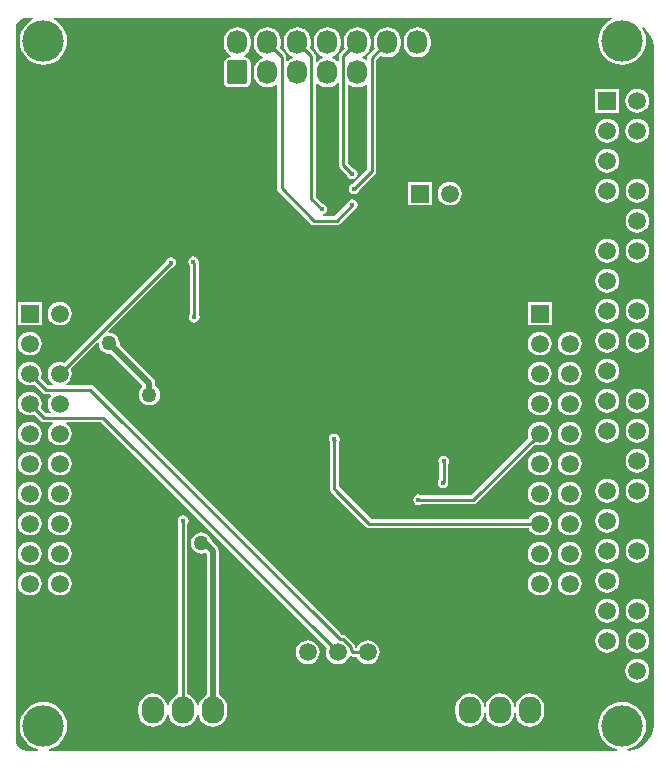
<source format=gbl>
G04*
G04 #@! TF.GenerationSoftware,Altium Limited,Altium Designer,18.1.5 (160)*
G04*
G04 Layer_Physical_Order=2*
G04 Layer_Color=16711680*
%FSTAX24Y24*%
%MOIN*%
G70*
G01*
G75*
%ADD18C,0.0100*%
%ADD41C,0.0200*%
%ADD43O,0.0680X0.0800*%
G04:AMPARAMS|DCode=44|XSize=80mil|YSize=68mil|CornerRadius=8.5mil|HoleSize=0mil|Usage=FLASHONLY|Rotation=90.000|XOffset=0mil|YOffset=0mil|HoleType=Round|Shape=RoundedRectangle|*
%AMROUNDEDRECTD44*
21,1,0.0800,0.0510,0,0,90.0*
21,1,0.0630,0.0680,0,0,90.0*
1,1,0.0170,0.0255,0.0315*
1,1,0.0170,0.0255,-0.0315*
1,1,0.0170,-0.0255,-0.0315*
1,1,0.0170,-0.0255,0.0315*
%
%ADD44ROUNDEDRECTD44*%
%ADD45O,0.0750X0.0900*%
%ADD46R,0.0750X0.0900*%
%ADD47C,0.0591*%
%ADD48R,0.0591X0.0591*%
%ADD49R,0.0591X0.0591*%
%ADD50C,0.1380*%
%ADD51C,0.0500*%
%ADD52C,0.0150*%
%ADD53C,0.0150*%
G36*
X005091Y044322D02*
X005304D01*
X005316Y044272D01*
X005209Y044215D01*
X005089Y044116D01*
X00499Y043996D01*
X004917Y043858D01*
X004871Y04371D01*
X004856Y043555D01*
X004871Y0434D01*
X004917Y043251D01*
X00499Y043114D01*
X005089Y042993D01*
X005209Y042895D01*
X005346Y042821D01*
X005495Y042776D01*
X00565Y042761D01*
X005805Y042776D01*
X005954Y042821D01*
X006091Y042895D01*
X006211Y042993D01*
X00631Y043114D01*
X006383Y043251D01*
X006429Y0434D01*
X006444Y043555D01*
X006429Y04371D01*
X006383Y043858D01*
X00631Y043996D01*
X006211Y044116D01*
X006091Y044215D01*
X005984Y044272D01*
X005997Y044322D01*
X024595D01*
X024607Y044272D01*
X0245Y044215D01*
X02438Y044116D01*
X024281Y043996D01*
X024208Y043858D01*
X024163Y04371D01*
X024148Y043555D01*
X024163Y0434D01*
X024208Y043251D01*
X024281Y043114D01*
X02438Y042993D01*
X0245Y042895D01*
X024638Y042821D01*
X024786Y042776D01*
X024941Y042761D01*
X025096Y042776D01*
X025245Y042821D01*
X025382Y042895D01*
X025503Y042993D01*
X025601Y043114D01*
X025675Y043251D01*
X02572Y0434D01*
X025735Y043555D01*
X02572Y04371D01*
X025675Y043858D01*
X025606Y043988D01*
X025646Y044018D01*
X025697Y043967D01*
X025697Y043967D01*
X025729Y043931D01*
X025806Y043841D01*
X025893Y043698D01*
X025957Y043544D01*
X025997Y043381D01*
X026009Y043218D01*
X026009Y043215D01*
Y020875D01*
X026009Y020871D01*
X025997Y020708D01*
X025957Y020545D01*
X025893Y020391D01*
X025806Y020248D01*
X0257Y020124D01*
X025697Y020122D01*
X025694Y020118D01*
X025581Y020025D01*
X025449Y019954D01*
X025304Y019911D01*
X025159Y019896D01*
X025155Y019897D01*
X025123D01*
X025116Y019947D01*
X025245Y019987D01*
X025382Y02006D01*
X025503Y020159D01*
X025601Y020279D01*
X025675Y020416D01*
X02572Y020565D01*
X025735Y02072D01*
X02572Y020875D01*
X025675Y021024D01*
X025601Y021161D01*
X025503Y021281D01*
X025382Y02138D01*
X025245Y021453D01*
X025096Y021499D01*
X024941Y021514D01*
X024786Y021499D01*
X024638Y021453D01*
X0245Y02138D01*
X02438Y021281D01*
X024281Y021161D01*
X024208Y021024D01*
X024163Y020875D01*
X024148Y02072D01*
X024163Y020565D01*
X024208Y020416D01*
X024281Y020279D01*
X02438Y020159D01*
X0245Y02006D01*
X024638Y019987D01*
X024767Y019947D01*
X024759Y019897D01*
X019051D01*
X019028Y019893D01*
X012195D01*
X012171Y019897D01*
X005832D01*
X005825Y019947D01*
X005954Y019987D01*
X006091Y02006D01*
X006211Y020159D01*
X00631Y020279D01*
X006383Y020416D01*
X006429Y020565D01*
X006444Y02072D01*
X006429Y020875D01*
X006383Y021024D01*
X00631Y021161D01*
X006211Y021281D01*
X006091Y02138D01*
X005954Y021453D01*
X005805Y021499D01*
X00565Y021514D01*
X005495Y021499D01*
X005346Y021453D01*
X005209Y02138D01*
X005089Y021281D01*
X00499Y021161D01*
X004917Y021024D01*
X004871Y020875D01*
X004856Y02072D01*
X004871Y020565D01*
X004917Y020416D01*
X00499Y020279D01*
X005089Y020159D01*
X005209Y02006D01*
X005346Y019987D01*
X005475Y019947D01*
X005468Y019897D01*
X005091D01*
X005089Y019897D01*
X004999Y019909D01*
X004912Y019945D01*
X004838Y020001D01*
X004781Y020076D01*
X004745Y020162D01*
X004734Y020252D01*
X004734Y020255D01*
Y020733D01*
Y042645D01*
Y043965D01*
X004734Y043967D01*
X004745Y044057D01*
X004781Y044144D01*
X004838Y044218D01*
X004912Y044275D01*
X004999Y044311D01*
X005089Y044322D01*
X005091Y044322D01*
D02*
G37*
%LPC*%
G36*
X01811Y044008D02*
X017995Y043993D01*
X017888Y043949D01*
X017796Y043878D01*
X017726Y043787D01*
X017681Y04368D01*
X017666Y043565D01*
Y043445D01*
X017681Y04333D01*
X017726Y043223D01*
X017796Y043131D01*
X017888Y04306D01*
X017995Y043016D01*
X01811Y043001D01*
X018225Y043016D01*
X018332Y04306D01*
X018424Y043131D01*
X018494Y043223D01*
X018539Y04333D01*
X018554Y043445D01*
Y043565D01*
X018539Y04368D01*
X018494Y043787D01*
X018424Y043878D01*
X018332Y043949D01*
X018225Y043993D01*
X01811Y044008D01*
D02*
G37*
G36*
X01711D02*
X016995Y043993D01*
X016888Y043949D01*
X016796Y043878D01*
X016726Y043787D01*
X016681Y04368D01*
X016666Y043565D01*
Y043445D01*
X016681Y04333D01*
X016692Y043303D01*
X016483Y043094D01*
X01645Y043045D01*
X016438Y042986D01*
Y04293D01*
X016388Y042906D01*
X016332Y042949D01*
X016263Y042978D01*
Y043032D01*
X016332Y04306D01*
X016424Y043131D01*
X016494Y043223D01*
X016539Y04333D01*
X016554Y043445D01*
Y043565D01*
X016539Y04368D01*
X016494Y043787D01*
X016424Y043878D01*
X016332Y043949D01*
X016225Y043993D01*
X01611Y044008D01*
X015995Y043993D01*
X015888Y043949D01*
X015796Y043878D01*
X015726Y043787D01*
X015681Y04368D01*
X015666Y043565D01*
Y043445D01*
X015681Y04333D01*
X015692Y043303D01*
X015532Y043143D01*
X015499Y043093D01*
X015487Y043035D01*
Y042874D01*
X01544Y042858D01*
X015424Y042878D01*
X015332Y042949D01*
X015263Y042978D01*
Y043032D01*
X015332Y04306D01*
X015424Y043131D01*
X015494Y043223D01*
X015539Y04333D01*
X015554Y043445D01*
Y043565D01*
X015539Y04368D01*
X015494Y043787D01*
X015424Y043878D01*
X015332Y043949D01*
X015225Y043993D01*
X01511Y044008D01*
X014995Y043993D01*
X014888Y043949D01*
X014796Y043878D01*
X014726Y043787D01*
X014681Y04368D01*
X014666Y043565D01*
Y043445D01*
X014681Y04333D01*
X014726Y043223D01*
X014796Y043131D01*
X014888Y04306D01*
X014957Y043032D01*
Y042978D01*
X014888Y042949D01*
X014796Y042878D01*
X014774Y04285D01*
X014724Y042867D01*
Y043043D01*
X014713Y043102D01*
X014679Y043151D01*
X014528Y043303D01*
X014539Y04333D01*
X014554Y043445D01*
Y043565D01*
X014539Y04368D01*
X014494Y043787D01*
X014424Y043878D01*
X014332Y043949D01*
X014225Y043993D01*
X01411Y044008D01*
X013995Y043993D01*
X013888Y043949D01*
X013796Y043878D01*
X013726Y043787D01*
X013681Y04368D01*
X013666Y043565D01*
Y043445D01*
X013681Y04333D01*
X013726Y043223D01*
X013796Y043131D01*
X013888Y04306D01*
X013957Y043032D01*
Y042978D01*
X013888Y042949D01*
X013796Y042878D01*
X013792Y042873D01*
X013744Y042889D01*
Y043023D01*
X013733Y043082D01*
X013699Y043131D01*
X013528Y043303D01*
X013539Y04333D01*
X013554Y043445D01*
Y043565D01*
X013539Y04368D01*
X013494Y043787D01*
X013424Y043878D01*
X013332Y043949D01*
X013225Y043993D01*
X01311Y044008D01*
X012995Y043993D01*
X012888Y043949D01*
X012796Y043878D01*
X012726Y043787D01*
X012681Y04368D01*
X012666Y043565D01*
Y043445D01*
X012681Y04333D01*
X012726Y043223D01*
X012796Y043131D01*
X012888Y04306D01*
X012957Y043032D01*
Y042978D01*
X012888Y042949D01*
X012796Y042878D01*
X012726Y042787D01*
X012681Y04268D01*
X012666Y042565D01*
Y042445D01*
X012681Y04233D01*
X012726Y042223D01*
X012796Y042131D01*
X012888Y04206D01*
X012995Y042016D01*
X01311Y042001D01*
X013225Y042016D01*
X013332Y04206D01*
X013388Y042104D01*
X013438Y042079D01*
Y038642D01*
X01345Y038583D01*
X013483Y038534D01*
X01456Y037457D01*
X01461Y037423D01*
X014668Y037412D01*
X015421D01*
X01548Y037423D01*
X015529Y037457D01*
X015999Y037926D01*
X01602Y03793D01*
X016078Y037968D01*
X016116Y038026D01*
X01613Y038095D01*
X016116Y038163D01*
X016078Y038221D01*
X01602Y038259D01*
X015951Y038273D01*
X015883Y038259D01*
X015825Y038221D01*
X015786Y038163D01*
X015782Y038142D01*
X015358Y037718D01*
X01496D01*
X014955Y037722D01*
X01497Y037776D01*
X01499Y03778D01*
X015048Y037818D01*
X015086Y037876D01*
X0151Y037945D01*
X015086Y038013D01*
X015048Y038071D01*
X01499Y038109D01*
X014969Y038114D01*
X014733Y038349D01*
Y042135D01*
X01478Y042152D01*
X014796Y042131D01*
X014888Y04206D01*
X014995Y042016D01*
X01511Y042001D01*
X015225Y042016D01*
X015332Y04206D01*
X015424Y042131D01*
X01544Y042152D01*
X015487Y042135D01*
Y039426D01*
X015499Y039367D01*
X015532Y039318D01*
X015772Y039077D01*
X015776Y039056D01*
X015815Y038998D01*
X015873Y03896D01*
X015941Y038946D01*
X01601Y03896D01*
X016068Y038998D01*
X016106Y039056D01*
X01612Y039125D01*
X016106Y039193D01*
X016068Y039251D01*
X01601Y039289D01*
X015989Y039294D01*
X015793Y039489D01*
Y04207D01*
X015843Y042095D01*
X015888Y04206D01*
X015995Y042016D01*
X01611Y042001D01*
X016225Y042016D01*
X016332Y04206D01*
X016388Y042104D01*
X016438Y042079D01*
Y039268D01*
X015964Y038794D01*
X015943Y038789D01*
X015885Y038751D01*
X015846Y038693D01*
X015833Y038625D01*
X015846Y038556D01*
X015885Y038498D01*
X015943Y03846D01*
X016011Y038446D01*
X01608Y03846D01*
X016138Y038498D01*
X016176Y038556D01*
X01618Y038577D01*
X016699Y039097D01*
X016733Y039146D01*
X016744Y039205D01*
Y042923D01*
X016885Y043063D01*
X016888Y04306D01*
X016995Y043016D01*
X01711Y043001D01*
X017225Y043016D01*
X017332Y04306D01*
X017424Y043131D01*
X017494Y043223D01*
X017539Y04333D01*
X017554Y043445D01*
Y043565D01*
X017539Y04368D01*
X017494Y043787D01*
X017424Y043878D01*
X017332Y043949D01*
X017225Y043993D01*
X01711Y044008D01*
D02*
G37*
G36*
X01211D02*
X011995Y043993D01*
X011888Y043949D01*
X011796Y043878D01*
X011726Y043787D01*
X011681Y04368D01*
X011666Y043565D01*
Y043445D01*
X011681Y04333D01*
X011726Y043223D01*
X011796Y043131D01*
X011888Y04306D01*
X011893Y043058D01*
X011883Y043008D01*
X011855D01*
X011783Y042994D01*
X011722Y042953D01*
X011681Y042892D01*
X011666Y04282D01*
Y04219D01*
X011681Y042117D01*
X011722Y042056D01*
X011783Y042015D01*
X011855Y042001D01*
X012365D01*
X012437Y042015D01*
X012498Y042056D01*
X012539Y042117D01*
X012554Y04219D01*
Y04282D01*
X012539Y042892D01*
X012498Y042953D01*
X012437Y042994D01*
X012365Y043008D01*
X012337D01*
X012327Y043058D01*
X012332Y04306D01*
X012424Y043131D01*
X012494Y043223D01*
X012539Y04333D01*
X012554Y043445D01*
Y043565D01*
X012539Y04368D01*
X012494Y043787D01*
X012424Y043878D01*
X012332Y043949D01*
X012225Y043993D01*
X01211Y044008D01*
D02*
G37*
G36*
X024837Y04195D02*
X024046D01*
Y041159D01*
X024837D01*
Y04195D01*
D02*
G37*
G36*
X025441Y041953D02*
X025338Y04194D01*
X025242Y0419D01*
X025159Y041837D01*
X025096Y041754D01*
X025056Y041658D01*
X025043Y041555D01*
X025056Y041451D01*
X025096Y041355D01*
X025159Y041273D01*
X025242Y041209D01*
X025338Y04117D01*
X025441Y041156D01*
X025545Y04117D01*
X025641Y041209D01*
X025723Y041273D01*
X025787Y041355D01*
X025826Y041451D01*
X02584Y041555D01*
X025826Y041658D01*
X025787Y041754D01*
X025723Y041837D01*
X025641Y0419D01*
X025545Y04194D01*
X025441Y041953D01*
D02*
G37*
G36*
Y040953D02*
X025338Y04094D01*
X025242Y0409D01*
X025159Y040837D01*
X025096Y040754D01*
X025056Y040658D01*
X025043Y040555D01*
X025056Y040451D01*
X025096Y040355D01*
X025159Y040273D01*
X025242Y040209D01*
X025338Y04017D01*
X025441Y040156D01*
X025545Y04017D01*
X025641Y040209D01*
X025723Y040273D01*
X025787Y040355D01*
X025826Y040451D01*
X02584Y040555D01*
X025826Y040658D01*
X025787Y040754D01*
X025723Y040837D01*
X025641Y0409D01*
X025545Y04094D01*
X025441Y040953D01*
D02*
G37*
G36*
X024441D02*
X024338Y04094D01*
X024242Y0409D01*
X024159Y040837D01*
X024096Y040754D01*
X024056Y040658D01*
X024043Y040555D01*
X024056Y040451D01*
X024096Y040355D01*
X024159Y040273D01*
X024242Y040209D01*
X024338Y04017D01*
X024441Y040156D01*
X024545Y04017D01*
X024641Y040209D01*
X024723Y040273D01*
X024787Y040355D01*
X024826Y040451D01*
X02484Y040555D01*
X024826Y040658D01*
X024787Y040754D01*
X024723Y040837D01*
X024641Y0409D01*
X024545Y04094D01*
X024441Y040953D01*
D02*
G37*
G36*
Y039953D02*
X024338Y03994D01*
X024242Y0399D01*
X024159Y039837D01*
X024096Y039754D01*
X024056Y039658D01*
X024043Y039555D01*
X024056Y039451D01*
X024096Y039355D01*
X024159Y039273D01*
X024242Y039209D01*
X024338Y03917D01*
X024441Y039156D01*
X024545Y03917D01*
X024641Y039209D01*
X024723Y039273D01*
X024787Y039355D01*
X024826Y039451D01*
X02484Y039555D01*
X024826Y039658D01*
X024787Y039754D01*
X024723Y039837D01*
X024641Y0399D01*
X024545Y03994D01*
X024441Y039953D01*
D02*
G37*
G36*
X025441Y038953D02*
X025338Y03894D01*
X025242Y0389D01*
X025159Y038837D01*
X025096Y038754D01*
X025056Y038658D01*
X025043Y038555D01*
X025056Y038451D01*
X025096Y038355D01*
X025159Y038273D01*
X025242Y038209D01*
X025338Y03817D01*
X025441Y038156D01*
X025545Y03817D01*
X025641Y038209D01*
X025723Y038273D01*
X025787Y038355D01*
X025826Y038451D01*
X02584Y038555D01*
X025826Y038658D01*
X025787Y038754D01*
X025723Y038837D01*
X025641Y0389D01*
X025545Y03894D01*
X025441Y038953D01*
D02*
G37*
G36*
X024441D02*
X024338Y03894D01*
X024242Y0389D01*
X024159Y038837D01*
X024096Y038754D01*
X024056Y038658D01*
X024043Y038555D01*
X024056Y038451D01*
X024096Y038355D01*
X024159Y038273D01*
X024242Y038209D01*
X024338Y03817D01*
X024441Y038156D01*
X024545Y03817D01*
X024641Y038209D01*
X024723Y038273D01*
X024787Y038355D01*
X024826Y038451D01*
X02484Y038555D01*
X024826Y038658D01*
X024787Y038754D01*
X024723Y038837D01*
X024641Y0389D01*
X024545Y03894D01*
X024441Y038953D01*
D02*
G37*
G36*
X018587Y03886D02*
X017796D01*
Y038069D01*
X018587D01*
Y03886D01*
D02*
G37*
G36*
X019191Y038863D02*
X019088Y03885D01*
X018992Y03881D01*
X018909Y038747D01*
X018846Y038664D01*
X018806Y038568D01*
X018793Y038465D01*
X018806Y038361D01*
X018846Y038265D01*
X018909Y038183D01*
X018992Y038119D01*
X019088Y03808D01*
X019191Y038066D01*
X019295Y03808D01*
X019391Y038119D01*
X019473Y038183D01*
X019537Y038265D01*
X019576Y038361D01*
X01959Y038465D01*
X019576Y038568D01*
X019537Y038664D01*
X019473Y038747D01*
X019391Y03881D01*
X019295Y03885D01*
X019191Y038863D01*
D02*
G37*
G36*
X025441Y037953D02*
X025338Y03794D01*
X025242Y0379D01*
X025159Y037837D01*
X025096Y037754D01*
X025056Y037658D01*
X025043Y037555D01*
X025056Y037451D01*
X025096Y037355D01*
X025159Y037273D01*
X025242Y037209D01*
X025338Y03717D01*
X025441Y037156D01*
X025545Y03717D01*
X025641Y037209D01*
X025723Y037273D01*
X025787Y037355D01*
X025826Y037451D01*
X02584Y037555D01*
X025826Y037658D01*
X025787Y037754D01*
X025723Y037837D01*
X025641Y0379D01*
X025545Y03794D01*
X025441Y037953D01*
D02*
G37*
G36*
Y036953D02*
X025338Y03694D01*
X025242Y0369D01*
X025159Y036837D01*
X025096Y036754D01*
X025056Y036658D01*
X025043Y036555D01*
X025056Y036451D01*
X025096Y036355D01*
X025159Y036273D01*
X025242Y036209D01*
X025338Y03617D01*
X025441Y036156D01*
X025545Y03617D01*
X025641Y036209D01*
X025723Y036273D01*
X025787Y036355D01*
X025826Y036451D01*
X02584Y036555D01*
X025826Y036658D01*
X025787Y036754D01*
X025723Y036837D01*
X025641Y0369D01*
X025545Y03694D01*
X025441Y036953D01*
D02*
G37*
G36*
X024441D02*
X024338Y03694D01*
X024242Y0369D01*
X024159Y036837D01*
X024096Y036754D01*
X024056Y036658D01*
X024043Y036555D01*
X024056Y036451D01*
X024096Y036355D01*
X024159Y036273D01*
X024242Y036209D01*
X024338Y03617D01*
X024441Y036156D01*
X024545Y03617D01*
X024641Y036209D01*
X024723Y036273D01*
X024787Y036355D01*
X024826Y036451D01*
X02484Y036555D01*
X024826Y036658D01*
X024787Y036754D01*
X024723Y036837D01*
X024641Y0369D01*
X024545Y03694D01*
X024441Y036953D01*
D02*
G37*
G36*
Y035953D02*
X024338Y03594D01*
X024242Y0359D01*
X024159Y035837D01*
X024096Y035754D01*
X024056Y035658D01*
X024043Y035555D01*
X024056Y035451D01*
X024096Y035355D01*
X024159Y035273D01*
X024242Y035209D01*
X024338Y03517D01*
X024441Y035156D01*
X024545Y03517D01*
X024641Y035209D01*
X024723Y035273D01*
X024787Y035355D01*
X024826Y035451D01*
X02484Y035555D01*
X024826Y035658D01*
X024787Y035754D01*
X024723Y035837D01*
X024641Y0359D01*
X024545Y03594D01*
X024441Y035953D01*
D02*
G37*
G36*
X010651Y036373D02*
X010583Y036359D01*
X010525Y036321D01*
X010486Y036263D01*
X010473Y036195D01*
X010486Y036126D01*
X010525Y036068D01*
X010528Y036066D01*
Y034421D01*
X010516Y034403D01*
X010503Y034335D01*
X010516Y034266D01*
X010555Y034208D01*
X010613Y03417D01*
X010681Y034156D01*
X01075Y03417D01*
X010808Y034208D01*
X010846Y034266D01*
X01086Y034335D01*
X010846Y034403D01*
X010834Y034421D01*
Y036165D01*
X010829Y036191D01*
X01083Y036195D01*
X010816Y036263D01*
X010778Y036321D01*
X01072Y036359D01*
X010651Y036373D01*
D02*
G37*
G36*
X025441Y034953D02*
X025338Y03494D01*
X025242Y0349D01*
X025159Y034837D01*
X025096Y034754D01*
X025056Y034658D01*
X025043Y034555D01*
X025056Y034451D01*
X025096Y034355D01*
X025159Y034273D01*
X025242Y034209D01*
X025338Y03417D01*
X025441Y034156D01*
X025545Y03417D01*
X025641Y034209D01*
X025723Y034273D01*
X025787Y034355D01*
X025826Y034451D01*
X02584Y034555D01*
X025826Y034658D01*
X025787Y034754D01*
X025723Y034837D01*
X025641Y0349D01*
X025545Y03494D01*
X025441Y034953D01*
D02*
G37*
G36*
X024441D02*
X024338Y03494D01*
X024242Y0349D01*
X024159Y034837D01*
X024096Y034754D01*
X024056Y034658D01*
X024043Y034555D01*
X024056Y034451D01*
X024096Y034355D01*
X024159Y034273D01*
X024242Y034209D01*
X024338Y03417D01*
X024441Y034156D01*
X024545Y03417D01*
X024641Y034209D01*
X024723Y034273D01*
X024787Y034355D01*
X024826Y034451D01*
X02484Y034555D01*
X024826Y034658D01*
X024787Y034754D01*
X024723Y034837D01*
X024641Y0349D01*
X024545Y03494D01*
X024441Y034953D01*
D02*
G37*
G36*
X022587Y03486D02*
X021796D01*
Y034069D01*
X022587D01*
Y03486D01*
D02*
G37*
G36*
X005587D02*
X004796D01*
Y034069D01*
X005587D01*
Y03486D01*
D02*
G37*
G36*
X006191Y034863D02*
X006088Y03485D01*
X005992Y03481D01*
X005909Y034747D01*
X005846Y034664D01*
X005806Y034568D01*
X005793Y034465D01*
X005806Y034361D01*
X005846Y034265D01*
X005909Y034183D01*
X005992Y034119D01*
X006088Y03408D01*
X006191Y034066D01*
X006295Y03408D01*
X006391Y034119D01*
X006473Y034183D01*
X006537Y034265D01*
X006576Y034361D01*
X00659Y034465D01*
X006576Y034568D01*
X006537Y034664D01*
X006473Y034747D01*
X006391Y03481D01*
X006295Y03485D01*
X006191Y034863D01*
D02*
G37*
G36*
X025441Y033953D02*
X025338Y03394D01*
X025242Y0339D01*
X025159Y033837D01*
X025096Y033754D01*
X025056Y033658D01*
X025043Y033555D01*
X025056Y033451D01*
X025096Y033355D01*
X025159Y033273D01*
X025242Y033209D01*
X025338Y03317D01*
X025441Y033156D01*
X025545Y03317D01*
X025641Y033209D01*
X025723Y033273D01*
X025787Y033355D01*
X025826Y033451D01*
X02584Y033555D01*
X025826Y033658D01*
X025787Y033754D01*
X025723Y033837D01*
X025641Y0339D01*
X025545Y03394D01*
X025441Y033953D01*
D02*
G37*
G36*
X024441D02*
X024338Y03394D01*
X024242Y0339D01*
X024159Y033837D01*
X024096Y033754D01*
X024056Y033658D01*
X024043Y033555D01*
X024056Y033451D01*
X024096Y033355D01*
X024159Y033273D01*
X024242Y033209D01*
X024338Y03317D01*
X024441Y033156D01*
X024545Y03317D01*
X024641Y033209D01*
X024723Y033273D01*
X024787Y033355D01*
X024826Y033451D01*
X02484Y033555D01*
X024826Y033658D01*
X024787Y033754D01*
X024723Y033837D01*
X024641Y0339D01*
X024545Y03394D01*
X024441Y033953D01*
D02*
G37*
G36*
X023191Y033863D02*
X023088Y03385D01*
X022992Y03381D01*
X022909Y033747D01*
X022846Y033664D01*
X022806Y033568D01*
X022793Y033465D01*
X022806Y033361D01*
X022846Y033265D01*
X022909Y033183D01*
X022992Y033119D01*
X023088Y03308D01*
X023191Y033066D01*
X023295Y03308D01*
X023391Y033119D01*
X023473Y033183D01*
X023537Y033265D01*
X023576Y033361D01*
X02359Y033465D01*
X023576Y033568D01*
X023537Y033664D01*
X023473Y033747D01*
X023391Y03381D01*
X023295Y03385D01*
X023191Y033863D01*
D02*
G37*
G36*
X022191D02*
X022088Y03385D01*
X021992Y03381D01*
X021909Y033747D01*
X021846Y033664D01*
X021806Y033568D01*
X021793Y033465D01*
X021806Y033361D01*
X021846Y033265D01*
X021909Y033183D01*
X021992Y033119D01*
X022088Y03308D01*
X022191Y033066D01*
X022295Y03308D01*
X022391Y033119D01*
X022473Y033183D01*
X022537Y033265D01*
X022576Y033361D01*
X02259Y033465D01*
X022576Y033568D01*
X022537Y033664D01*
X022473Y033747D01*
X022391Y03381D01*
X022295Y03385D01*
X022191Y033863D01*
D02*
G37*
G36*
X005191D02*
X005088Y03385D01*
X004992Y03381D01*
X004909Y033747D01*
X004846Y033664D01*
X004806Y033568D01*
X004793Y033465D01*
X004806Y033361D01*
X004846Y033265D01*
X004909Y033183D01*
X004992Y033119D01*
X005088Y03308D01*
X005191Y033066D01*
X005295Y03308D01*
X005391Y033119D01*
X005473Y033183D01*
X005537Y033265D01*
X005576Y033361D01*
X00559Y033465D01*
X005576Y033568D01*
X005537Y033664D01*
X005473Y033747D01*
X005391Y03381D01*
X005295Y03385D01*
X005191Y033863D01*
D02*
G37*
G36*
X024441Y032953D02*
X024338Y03294D01*
X024242Y0329D01*
X024159Y032837D01*
X024096Y032754D01*
X024056Y032658D01*
X024043Y032555D01*
X024056Y032451D01*
X024096Y032355D01*
X024159Y032273D01*
X024242Y032209D01*
X024338Y03217D01*
X024441Y032156D01*
X024545Y03217D01*
X024641Y032209D01*
X024723Y032273D01*
X024787Y032355D01*
X024826Y032451D01*
X02484Y032555D01*
X024826Y032658D01*
X024787Y032754D01*
X024723Y032837D01*
X024641Y0329D01*
X024545Y03294D01*
X024441Y032953D01*
D02*
G37*
G36*
X023191Y032863D02*
X023088Y03285D01*
X022992Y03281D01*
X022909Y032747D01*
X022846Y032664D01*
X022806Y032568D01*
X022793Y032465D01*
X022806Y032361D01*
X022846Y032265D01*
X022909Y032183D01*
X022992Y032119D01*
X023088Y03208D01*
X023191Y032066D01*
X023295Y03208D01*
X023391Y032119D01*
X023473Y032183D01*
X023537Y032265D01*
X023576Y032361D01*
X02359Y032465D01*
X023576Y032568D01*
X023537Y032664D01*
X023473Y032747D01*
X023391Y03281D01*
X023295Y03285D01*
X023191Y032863D01*
D02*
G37*
G36*
X022191D02*
X022088Y03285D01*
X021992Y03281D01*
X021909Y032747D01*
X021846Y032664D01*
X021806Y032568D01*
X021793Y032465D01*
X021806Y032361D01*
X021846Y032265D01*
X021909Y032183D01*
X021992Y032119D01*
X022088Y03208D01*
X022191Y032066D01*
X022295Y03208D01*
X022391Y032119D01*
X022473Y032183D01*
X022537Y032265D01*
X022576Y032361D01*
X02259Y032465D01*
X022576Y032568D01*
X022537Y032664D01*
X022473Y032747D01*
X022391Y03281D01*
X022295Y03285D01*
X022191Y032863D01*
D02*
G37*
G36*
X009891Y036343D02*
X009823Y036329D01*
X009765Y036291D01*
X009726Y036233D01*
X009722Y036212D01*
X006341Y032831D01*
X006295Y03285D01*
X006191Y032863D01*
X006088Y03285D01*
X005992Y03281D01*
X005909Y032747D01*
X005846Y032664D01*
X005806Y032568D01*
X005793Y032465D01*
X005806Y032361D01*
X005846Y032265D01*
X005909Y032183D01*
X005981Y032128D01*
X00597Y032081D01*
X005968Y032078D01*
X005795D01*
X005557Y032315D01*
X005576Y032361D01*
X00559Y032465D01*
X005576Y032568D01*
X005537Y032664D01*
X005473Y032747D01*
X005391Y03281D01*
X005295Y03285D01*
X005191Y032863D01*
X005088Y03285D01*
X004992Y03281D01*
X004909Y032747D01*
X004846Y032664D01*
X004806Y032568D01*
X004793Y032465D01*
X004806Y032361D01*
X004846Y032265D01*
X004909Y032183D01*
X004992Y032119D01*
X005088Y03208D01*
X005191Y032066D01*
X005295Y03208D01*
X005341Y032099D01*
X005623Y031816D01*
X005673Y031783D01*
X005731Y031772D01*
X005866D01*
X00589Y031722D01*
X005846Y031664D01*
X005806Y031568D01*
X005793Y031465D01*
X005806Y031361D01*
X005846Y031265D01*
X005898Y031198D01*
X005878Y031148D01*
X005725D01*
X005557Y031315D01*
X005576Y031361D01*
X00559Y031465D01*
X005576Y031568D01*
X005537Y031664D01*
X005473Y031747D01*
X005391Y03181D01*
X005295Y03185D01*
X005191Y031863D01*
X005088Y03185D01*
X004992Y03181D01*
X004909Y031747D01*
X004846Y031664D01*
X004806Y031568D01*
X004793Y031465D01*
X004806Y031361D01*
X004846Y031265D01*
X004909Y031183D01*
X004992Y031119D01*
X005088Y03108D01*
X005191Y031066D01*
X005295Y03108D01*
X005341Y031099D01*
X005553Y030886D01*
X005603Y030853D01*
X005661Y030842D01*
X005951D01*
X005968Y030792D01*
X005909Y030747D01*
X005846Y030664D01*
X005806Y030568D01*
X005793Y030465D01*
X005806Y030361D01*
X005846Y030265D01*
X005909Y030183D01*
X005992Y030119D01*
X006088Y03008D01*
X006191Y030066D01*
X006295Y03008D01*
X006391Y030119D01*
X006473Y030183D01*
X006537Y030265D01*
X006576Y030361D01*
X00659Y030465D01*
X006576Y030568D01*
X006537Y030664D01*
X006473Y030747D01*
X006414Y030792D01*
X006431Y030842D01*
X007578D01*
X015095Y023324D01*
X015076Y023278D01*
X015063Y023175D01*
X015076Y023071D01*
X015116Y022975D01*
X015179Y022893D01*
X015262Y022829D01*
X015358Y02279D01*
X015461Y022776D01*
X015565Y02279D01*
X015661Y022829D01*
X015743Y022893D01*
X015807Y022975D01*
X015827Y023024D01*
X015889Y023043D01*
X015903Y023033D01*
X015961Y023022D01*
X016097D01*
X016116Y022975D01*
X016179Y022893D01*
X016262Y022829D01*
X016358Y02279D01*
X016461Y022776D01*
X016565Y02279D01*
X016661Y022829D01*
X016743Y022893D01*
X016807Y022975D01*
X016846Y023071D01*
X01686Y023175D01*
X016846Y023278D01*
X016807Y023374D01*
X016743Y023457D01*
X016661Y02352D01*
X016565Y02356D01*
X016461Y023573D01*
X016358Y02356D01*
X016262Y02352D01*
X016179Y023457D01*
X016116Y023374D01*
X016097Y023328D01*
X01604D01*
Y023351D01*
X016028Y023409D01*
X015995Y023459D01*
X015746Y023708D01*
X015696Y023741D01*
X015637Y023753D01*
X015599D01*
X007319Y032033D01*
X00727Y032066D01*
X007211Y032078D01*
X006414D01*
X006412Y032081D01*
X006401Y032128D01*
X006473Y032183D01*
X006537Y032265D01*
X006576Y032361D01*
X00659Y032465D01*
X006576Y032568D01*
X006557Y032614D01*
X007447Y033504D01*
X007492Y033482D01*
X007491Y033472D01*
X007503Y033381D01*
X007538Y033296D01*
X007594Y033222D01*
X007667Y033166D01*
X007753Y033131D01*
X007844Y033119D01*
X007901Y033127D01*
X008948Y032079D01*
X008944Y032014D01*
X008932Y032004D01*
X008876Y031931D01*
X00884Y031846D01*
X008828Y031755D01*
X00884Y031663D01*
X008876Y031578D01*
X008932Y031505D01*
X009005Y031449D01*
X00909Y031414D01*
X009181Y031402D01*
X009273Y031414D01*
X009358Y031449D01*
X009431Y031505D01*
X009487Y031578D01*
X009522Y031663D01*
X009534Y031755D01*
X009522Y031846D01*
X009487Y031931D01*
X009431Y032004D01*
X009385Y032039D01*
Y032135D01*
X00937Y032213D01*
X009326Y032279D01*
X008189Y033415D01*
X008197Y033472D01*
X008185Y033563D01*
X00815Y033649D01*
X008094Y033722D01*
X00802Y033778D01*
X007935Y033813D01*
X007844Y033825D01*
X007834Y033824D01*
X007811Y033869D01*
X009939Y035996D01*
X00996Y036D01*
X010018Y036038D01*
X010056Y036096D01*
X01007Y036165D01*
X010056Y036233D01*
X010018Y036291D01*
X00996Y036329D01*
X009891Y036343D01*
D02*
G37*
G36*
X025441Y031953D02*
X025338Y03194D01*
X025242Y0319D01*
X025159Y031837D01*
X025096Y031754D01*
X025056Y031658D01*
X025043Y031555D01*
X025056Y031451D01*
X025096Y031355D01*
X025159Y031273D01*
X025242Y031209D01*
X025338Y03117D01*
X025441Y031156D01*
X025545Y03117D01*
X025641Y031209D01*
X025723Y031273D01*
X025787Y031355D01*
X025826Y031451D01*
X02584Y031555D01*
X025826Y031658D01*
X025787Y031754D01*
X025723Y031837D01*
X025641Y0319D01*
X025545Y03194D01*
X025441Y031953D01*
D02*
G37*
G36*
X024441D02*
X024338Y03194D01*
X024242Y0319D01*
X024159Y031837D01*
X024096Y031754D01*
X024056Y031658D01*
X024043Y031555D01*
X024056Y031451D01*
X024096Y031355D01*
X024159Y031273D01*
X024242Y031209D01*
X024338Y03117D01*
X024441Y031156D01*
X024545Y03117D01*
X024641Y031209D01*
X024723Y031273D01*
X024787Y031355D01*
X024826Y031451D01*
X02484Y031555D01*
X024826Y031658D01*
X024787Y031754D01*
X024723Y031837D01*
X024641Y0319D01*
X024545Y03194D01*
X024441Y031953D01*
D02*
G37*
G36*
X023191Y031863D02*
X023088Y03185D01*
X022992Y03181D01*
X022909Y031747D01*
X022846Y031664D01*
X022806Y031568D01*
X022793Y031465D01*
X022806Y031361D01*
X022846Y031265D01*
X022909Y031183D01*
X022992Y031119D01*
X023088Y03108D01*
X023191Y031066D01*
X023295Y03108D01*
X023391Y031119D01*
X023473Y031183D01*
X023537Y031265D01*
X023576Y031361D01*
X02359Y031465D01*
X023576Y031568D01*
X023537Y031664D01*
X023473Y031747D01*
X023391Y03181D01*
X023295Y03185D01*
X023191Y031863D01*
D02*
G37*
G36*
X022191D02*
X022088Y03185D01*
X021992Y03181D01*
X021909Y031747D01*
X021846Y031664D01*
X021806Y031568D01*
X021793Y031465D01*
X021806Y031361D01*
X021846Y031265D01*
X021909Y031183D01*
X021992Y031119D01*
X022088Y03108D01*
X022191Y031066D01*
X022295Y03108D01*
X022391Y031119D01*
X022473Y031183D01*
X022537Y031265D01*
X022576Y031361D01*
X02259Y031465D01*
X022576Y031568D01*
X022537Y031664D01*
X022473Y031747D01*
X022391Y03181D01*
X022295Y03185D01*
X022191Y031863D01*
D02*
G37*
G36*
X025441Y030953D02*
X025338Y03094D01*
X025242Y0309D01*
X025159Y030837D01*
X025096Y030754D01*
X025056Y030658D01*
X025043Y030555D01*
X025056Y030451D01*
X025096Y030355D01*
X025159Y030273D01*
X025242Y030209D01*
X025338Y03017D01*
X025441Y030156D01*
X025545Y03017D01*
X025641Y030209D01*
X025723Y030273D01*
X025787Y030355D01*
X025826Y030451D01*
X02584Y030555D01*
X025826Y030658D01*
X025787Y030754D01*
X025723Y030837D01*
X025641Y0309D01*
X025545Y03094D01*
X025441Y030953D01*
D02*
G37*
G36*
X024441D02*
X024338Y03094D01*
X024242Y0309D01*
X024159Y030837D01*
X024096Y030754D01*
X024056Y030658D01*
X024043Y030555D01*
X024056Y030451D01*
X024096Y030355D01*
X024159Y030273D01*
X024242Y030209D01*
X024338Y03017D01*
X024441Y030156D01*
X024545Y03017D01*
X024641Y030209D01*
X024723Y030273D01*
X024787Y030355D01*
X024826Y030451D01*
X02484Y030555D01*
X024826Y030658D01*
X024787Y030754D01*
X024723Y030837D01*
X024641Y0309D01*
X024545Y03094D01*
X024441Y030953D01*
D02*
G37*
G36*
X023191Y030863D02*
X023088Y03085D01*
X022992Y03081D01*
X022909Y030747D01*
X022846Y030664D01*
X022806Y030568D01*
X022793Y030465D01*
X022806Y030361D01*
X022846Y030265D01*
X022909Y030183D01*
X022992Y030119D01*
X023088Y03008D01*
X023191Y030066D01*
X023295Y03008D01*
X023391Y030119D01*
X023473Y030183D01*
X023537Y030265D01*
X023576Y030361D01*
X02359Y030465D01*
X023576Y030568D01*
X023537Y030664D01*
X023473Y030747D01*
X023391Y03081D01*
X023295Y03085D01*
X023191Y030863D01*
D02*
G37*
G36*
X022191D02*
X022088Y03085D01*
X021992Y03081D01*
X021909Y030747D01*
X021846Y030664D01*
X021806Y030568D01*
X021793Y030465D01*
X021806Y030361D01*
X021825Y030315D01*
X019918Y028408D01*
X018237D01*
X01822Y028419D01*
X018151Y028433D01*
X018083Y028419D01*
X018025Y028381D01*
X017986Y028323D01*
X017973Y028255D01*
X017986Y028186D01*
X018025Y028128D01*
X018083Y02809D01*
X018151Y028076D01*
X01822Y02809D01*
X018237Y028102D01*
X019981D01*
X02004Y028113D01*
X020089Y028147D01*
X022042Y030099D01*
X022088Y03008D01*
X022191Y030066D01*
X022295Y03008D01*
X022391Y030119D01*
X022473Y030183D01*
X022537Y030265D01*
X022576Y030361D01*
X02259Y030465D01*
X022576Y030568D01*
X022537Y030664D01*
X022473Y030747D01*
X022391Y03081D01*
X022295Y03085D01*
X022191Y030863D01*
D02*
G37*
G36*
X005191D02*
X005088Y03085D01*
X004992Y03081D01*
X004909Y030747D01*
X004846Y030664D01*
X004806Y030568D01*
X004793Y030465D01*
X004806Y030361D01*
X004846Y030265D01*
X004909Y030183D01*
X004992Y030119D01*
X005088Y03008D01*
X005191Y030066D01*
X005295Y03008D01*
X005391Y030119D01*
X005473Y030183D01*
X005537Y030265D01*
X005576Y030361D01*
X00559Y030465D01*
X005576Y030568D01*
X005537Y030664D01*
X005473Y030747D01*
X005391Y03081D01*
X005295Y03085D01*
X005191Y030863D01*
D02*
G37*
G36*
X025441Y029953D02*
X025338Y02994D01*
X025242Y0299D01*
X025159Y029837D01*
X025096Y029754D01*
X025056Y029658D01*
X025043Y029555D01*
X025056Y029451D01*
X025096Y029355D01*
X025159Y029273D01*
X025242Y029209D01*
X025338Y02917D01*
X025441Y029156D01*
X025545Y02917D01*
X025641Y029209D01*
X025723Y029273D01*
X025787Y029355D01*
X025826Y029451D01*
X02584Y029555D01*
X025826Y029658D01*
X025787Y029754D01*
X025723Y029837D01*
X025641Y0299D01*
X025545Y02994D01*
X025441Y029953D01*
D02*
G37*
G36*
X023191Y029863D02*
X023088Y02985D01*
X022992Y02981D01*
X022909Y029747D01*
X022846Y029664D01*
X022806Y029568D01*
X022793Y029465D01*
X022806Y029361D01*
X022846Y029265D01*
X022909Y029183D01*
X022992Y029119D01*
X023088Y02908D01*
X023191Y029066D01*
X023295Y02908D01*
X023391Y029119D01*
X023473Y029183D01*
X023537Y029265D01*
X023576Y029361D01*
X02359Y029465D01*
X023576Y029568D01*
X023537Y029664D01*
X023473Y029747D01*
X023391Y02981D01*
X023295Y02985D01*
X023191Y029863D01*
D02*
G37*
G36*
X022191D02*
X022088Y02985D01*
X021992Y02981D01*
X021909Y029747D01*
X021846Y029664D01*
X021806Y029568D01*
X021793Y029465D01*
X021806Y029361D01*
X021846Y029265D01*
X021909Y029183D01*
X021992Y029119D01*
X022088Y02908D01*
X022191Y029066D01*
X022295Y02908D01*
X022391Y029119D01*
X022473Y029183D01*
X022537Y029265D01*
X022576Y029361D01*
X02259Y029465D01*
X022576Y029568D01*
X022537Y029664D01*
X022473Y029747D01*
X022391Y02981D01*
X022295Y02985D01*
X022191Y029863D01*
D02*
G37*
G36*
X006191D02*
X006088Y02985D01*
X005992Y02981D01*
X005909Y029747D01*
X005846Y029664D01*
X005806Y029568D01*
X005793Y029465D01*
X005806Y029361D01*
X005846Y029265D01*
X005909Y029183D01*
X005992Y029119D01*
X006088Y02908D01*
X006191Y029066D01*
X006295Y02908D01*
X006391Y029119D01*
X006473Y029183D01*
X006537Y029265D01*
X006576Y029361D01*
X00659Y029465D01*
X006576Y029568D01*
X006537Y029664D01*
X006473Y029747D01*
X006391Y02981D01*
X006295Y02985D01*
X006191Y029863D01*
D02*
G37*
G36*
X005191D02*
X005088Y02985D01*
X004992Y02981D01*
X004909Y029747D01*
X004846Y029664D01*
X004806Y029568D01*
X004793Y029465D01*
X004806Y029361D01*
X004846Y029265D01*
X004909Y029183D01*
X004992Y029119D01*
X005088Y02908D01*
X005191Y029066D01*
X005295Y02908D01*
X005391Y029119D01*
X005473Y029183D01*
X005537Y029265D01*
X005576Y029361D01*
X00559Y029465D01*
X005576Y029568D01*
X005537Y029664D01*
X005473Y029747D01*
X005391Y02981D01*
X005295Y02985D01*
X005191Y029863D01*
D02*
G37*
G36*
X018991Y029723D02*
X018923Y029709D01*
X018865Y029671D01*
X018826Y029613D01*
X018813Y029545D01*
X018826Y029476D01*
X018838Y029459D01*
Y028941D01*
X018806Y028893D01*
X018793Y028825D01*
X018806Y028756D01*
X018845Y028698D01*
X018903Y02866D01*
X018971Y028646D01*
X01904Y02866D01*
X019098Y028698D01*
X019136Y028756D01*
X01915Y028825D01*
X019144Y028852D01*
Y029459D01*
X019156Y029476D01*
X01917Y029545D01*
X019156Y029613D01*
X019118Y029671D01*
X01906Y029709D01*
X018991Y029723D01*
D02*
G37*
G36*
X025441Y028953D02*
X025338Y02894D01*
X025242Y0289D01*
X025159Y028837D01*
X025096Y028754D01*
X025056Y028658D01*
X025043Y028555D01*
X025056Y028451D01*
X025096Y028355D01*
X025159Y028273D01*
X025242Y028209D01*
X025338Y02817D01*
X025441Y028156D01*
X025545Y02817D01*
X025641Y028209D01*
X025723Y028273D01*
X025787Y028355D01*
X025826Y028451D01*
X02584Y028555D01*
X025826Y028658D01*
X025787Y028754D01*
X025723Y028837D01*
X025641Y0289D01*
X025545Y02894D01*
X025441Y028953D01*
D02*
G37*
G36*
X024441D02*
X024338Y02894D01*
X024242Y0289D01*
X024159Y028837D01*
X024096Y028754D01*
X024056Y028658D01*
X024043Y028555D01*
X024056Y028451D01*
X024096Y028355D01*
X024159Y028273D01*
X024242Y028209D01*
X024338Y02817D01*
X024441Y028156D01*
X024545Y02817D01*
X024641Y028209D01*
X024723Y028273D01*
X024787Y028355D01*
X024826Y028451D01*
X02484Y028555D01*
X024826Y028658D01*
X024787Y028754D01*
X024723Y028837D01*
X024641Y0289D01*
X024545Y02894D01*
X024441Y028953D01*
D02*
G37*
G36*
X023191Y028863D02*
X023088Y02885D01*
X022992Y02881D01*
X022909Y028747D01*
X022846Y028664D01*
X022806Y028568D01*
X022793Y028465D01*
X022806Y028361D01*
X022846Y028265D01*
X022909Y028183D01*
X022992Y028119D01*
X023088Y02808D01*
X023191Y028066D01*
X023295Y02808D01*
X023391Y028119D01*
X023473Y028183D01*
X023537Y028265D01*
X023576Y028361D01*
X02359Y028465D01*
X023576Y028568D01*
X023537Y028664D01*
X023473Y028747D01*
X023391Y02881D01*
X023295Y02885D01*
X023191Y028863D01*
D02*
G37*
G36*
X022191D02*
X022088Y02885D01*
X021992Y02881D01*
X021909Y028747D01*
X021846Y028664D01*
X021806Y028568D01*
X021793Y028465D01*
X021806Y028361D01*
X021846Y028265D01*
X021909Y028183D01*
X021992Y028119D01*
X022088Y02808D01*
X022191Y028066D01*
X022295Y02808D01*
X022391Y028119D01*
X022473Y028183D01*
X022537Y028265D01*
X022576Y028361D01*
X02259Y028465D01*
X022576Y028568D01*
X022537Y028664D01*
X022473Y028747D01*
X022391Y02881D01*
X022295Y02885D01*
X022191Y028863D01*
D02*
G37*
G36*
X006191D02*
X006088Y02885D01*
X005992Y02881D01*
X005909Y028747D01*
X005846Y028664D01*
X005806Y028568D01*
X005793Y028465D01*
X005806Y028361D01*
X005846Y028265D01*
X005909Y028183D01*
X005992Y028119D01*
X006088Y02808D01*
X006191Y028066D01*
X006295Y02808D01*
X006391Y028119D01*
X006473Y028183D01*
X006537Y028265D01*
X006576Y028361D01*
X00659Y028465D01*
X006576Y028568D01*
X006537Y028664D01*
X006473Y028747D01*
X006391Y02881D01*
X006295Y02885D01*
X006191Y028863D01*
D02*
G37*
G36*
X005191D02*
X005088Y02885D01*
X004992Y02881D01*
X004909Y028747D01*
X004846Y028664D01*
X004806Y028568D01*
X004793Y028465D01*
X004806Y028361D01*
X004846Y028265D01*
X004909Y028183D01*
X004992Y028119D01*
X005088Y02808D01*
X005191Y028066D01*
X005295Y02808D01*
X005391Y028119D01*
X005473Y028183D01*
X005537Y028265D01*
X005576Y028361D01*
X00559Y028465D01*
X005576Y028568D01*
X005537Y028664D01*
X005473Y028747D01*
X005391Y02881D01*
X005295Y02885D01*
X005191Y028863D01*
D02*
G37*
G36*
X024441Y027953D02*
X024338Y02794D01*
X024242Y0279D01*
X024159Y027837D01*
X024096Y027754D01*
X024056Y027658D01*
X024043Y027555D01*
X024056Y027451D01*
X024096Y027355D01*
X024159Y027273D01*
X024242Y027209D01*
X024338Y02717D01*
X024441Y027156D01*
X024545Y02717D01*
X024641Y027209D01*
X024723Y027273D01*
X024787Y027355D01*
X024826Y027451D01*
X02484Y027555D01*
X024826Y027658D01*
X024787Y027754D01*
X024723Y027837D01*
X024641Y0279D01*
X024545Y02794D01*
X024441Y027953D01*
D02*
G37*
G36*
X023191Y027863D02*
X023088Y02785D01*
X022992Y02781D01*
X022909Y027747D01*
X022846Y027664D01*
X022806Y027568D01*
X022793Y027465D01*
X022806Y027361D01*
X022846Y027265D01*
X022909Y027183D01*
X022992Y027119D01*
X023088Y02708D01*
X023191Y027066D01*
X023295Y02708D01*
X023391Y027119D01*
X023473Y027183D01*
X023537Y027265D01*
X023576Y027361D01*
X02359Y027465D01*
X023576Y027568D01*
X023537Y027664D01*
X023473Y027747D01*
X023391Y02781D01*
X023295Y02785D01*
X023191Y027863D01*
D02*
G37*
G36*
X015341Y030463D02*
X015273Y030449D01*
X015215Y030411D01*
X015176Y030353D01*
X015163Y030285D01*
X015176Y030216D01*
X015188Y030199D01*
Y028635D01*
X0152Y028576D01*
X015233Y028526D01*
X015343Y028417D01*
X015343Y028417D01*
X016403Y027357D01*
X016453Y027323D01*
X016511Y027312D01*
X021827D01*
X021846Y027265D01*
X021909Y027183D01*
X021992Y027119D01*
X022088Y02708D01*
X022191Y027066D01*
X022295Y02708D01*
X022391Y027119D01*
X022473Y027183D01*
X022537Y027265D01*
X022576Y027361D01*
X02259Y027465D01*
X022576Y027568D01*
X022537Y027664D01*
X022473Y027747D01*
X022391Y02781D01*
X022295Y02785D01*
X022191Y027863D01*
X022088Y02785D01*
X021992Y02781D01*
X021909Y027747D01*
X021846Y027664D01*
X021827Y027618D01*
X016575D01*
X015559Y028633D01*
X015559Y028633D01*
X015494Y028698D01*
Y030169D01*
X015513Y030196D01*
X015524Y030255D01*
X015519Y030281D01*
X01552Y030285D01*
X015506Y030353D01*
X015468Y030411D01*
X01541Y030449D01*
X015341Y030463D01*
D02*
G37*
G36*
X006191Y027863D02*
X006088Y02785D01*
X005992Y02781D01*
X005909Y027747D01*
X005846Y027664D01*
X005806Y027568D01*
X005793Y027465D01*
X005806Y027361D01*
X005846Y027265D01*
X005909Y027183D01*
X005992Y027119D01*
X006088Y02708D01*
X006191Y027066D01*
X006295Y02708D01*
X006391Y027119D01*
X006473Y027183D01*
X006537Y027265D01*
X006576Y027361D01*
X00659Y027465D01*
X006576Y027568D01*
X006537Y027664D01*
X006473Y027747D01*
X006391Y02781D01*
X006295Y02785D01*
X006191Y027863D01*
D02*
G37*
G36*
X005191D02*
X005088Y02785D01*
X004992Y02781D01*
X004909Y027747D01*
X004846Y027664D01*
X004806Y027568D01*
X004793Y027465D01*
X004806Y027361D01*
X004846Y027265D01*
X004909Y027183D01*
X004992Y027119D01*
X005088Y02708D01*
X005191Y027066D01*
X005295Y02708D01*
X005391Y027119D01*
X005473Y027183D01*
X005537Y027265D01*
X005576Y027361D01*
X00559Y027465D01*
X005576Y027568D01*
X005537Y027664D01*
X005473Y027747D01*
X005391Y02781D01*
X005295Y02785D01*
X005191Y027863D01*
D02*
G37*
G36*
X025441Y026953D02*
X025338Y02694D01*
X025242Y0269D01*
X025159Y026837D01*
X025096Y026754D01*
X025056Y026658D01*
X025043Y026555D01*
X025056Y026451D01*
X025096Y026355D01*
X025159Y026273D01*
X025242Y026209D01*
X025338Y02617D01*
X025441Y026156D01*
X025545Y02617D01*
X025641Y026209D01*
X025723Y026273D01*
X025787Y026355D01*
X025826Y026451D01*
X02584Y026555D01*
X025826Y026658D01*
X025787Y026754D01*
X025723Y026837D01*
X025641Y0269D01*
X025545Y02694D01*
X025441Y026953D01*
D02*
G37*
G36*
X024441D02*
X024338Y02694D01*
X024242Y0269D01*
X024159Y026837D01*
X024096Y026754D01*
X024056Y026658D01*
X024043Y026555D01*
X024056Y026451D01*
X024096Y026355D01*
X024159Y026273D01*
X024242Y026209D01*
X024338Y02617D01*
X024441Y026156D01*
X024545Y02617D01*
X024641Y026209D01*
X024723Y026273D01*
X024787Y026355D01*
X024826Y026451D01*
X02484Y026555D01*
X024826Y026658D01*
X024787Y026754D01*
X024723Y026837D01*
X024641Y0269D01*
X024545Y02694D01*
X024441Y026953D01*
D02*
G37*
G36*
X023191Y026863D02*
X023088Y02685D01*
X022992Y02681D01*
X022909Y026747D01*
X022846Y026664D01*
X022806Y026568D01*
X022793Y026465D01*
X022806Y026361D01*
X022846Y026265D01*
X022909Y026183D01*
X022992Y026119D01*
X023088Y02608D01*
X023191Y026066D01*
X023295Y02608D01*
X023391Y026119D01*
X023473Y026183D01*
X023537Y026265D01*
X023576Y026361D01*
X02359Y026465D01*
X023576Y026568D01*
X023537Y026664D01*
X023473Y026747D01*
X023391Y02681D01*
X023295Y02685D01*
X023191Y026863D01*
D02*
G37*
G36*
X022191D02*
X022088Y02685D01*
X021992Y02681D01*
X021909Y026747D01*
X021846Y026664D01*
X021806Y026568D01*
X021793Y026465D01*
X021806Y026361D01*
X021846Y026265D01*
X021909Y026183D01*
X021992Y026119D01*
X022088Y02608D01*
X022191Y026066D01*
X022295Y02608D01*
X022391Y026119D01*
X022473Y026183D01*
X022537Y026265D01*
X022576Y026361D01*
X02259Y026465D01*
X022576Y026568D01*
X022537Y026664D01*
X022473Y026747D01*
X022391Y02681D01*
X022295Y02685D01*
X022191Y026863D01*
D02*
G37*
G36*
X006191D02*
X006088Y02685D01*
X005992Y02681D01*
X005909Y026747D01*
X005846Y026664D01*
X005806Y026568D01*
X005793Y026465D01*
X005806Y026361D01*
X005846Y026265D01*
X005909Y026183D01*
X005992Y026119D01*
X006088Y02608D01*
X006191Y026066D01*
X006295Y02608D01*
X006391Y026119D01*
X006473Y026183D01*
X006537Y026265D01*
X006576Y026361D01*
X00659Y026465D01*
X006576Y026568D01*
X006537Y026664D01*
X006473Y026747D01*
X006391Y02681D01*
X006295Y02685D01*
X006191Y026863D01*
D02*
G37*
G36*
X005191D02*
X005088Y02685D01*
X004992Y02681D01*
X004909Y026747D01*
X004846Y026664D01*
X004806Y026568D01*
X004793Y026465D01*
X004806Y026361D01*
X004846Y026265D01*
X004909Y026183D01*
X004992Y026119D01*
X005088Y02608D01*
X005191Y026066D01*
X005295Y02608D01*
X005391Y026119D01*
X005473Y026183D01*
X005537Y026265D01*
X005576Y026361D01*
X00559Y026465D01*
X005576Y026568D01*
X005537Y026664D01*
X005473Y026747D01*
X005391Y02681D01*
X005295Y02685D01*
X005191Y026863D01*
D02*
G37*
G36*
X024441Y025953D02*
X024338Y02594D01*
X024242Y0259D01*
X024159Y025837D01*
X024096Y025754D01*
X024056Y025658D01*
X024043Y025555D01*
X024056Y025451D01*
X024096Y025355D01*
X024159Y025273D01*
X024242Y025209D01*
X024338Y02517D01*
X024441Y025156D01*
X024545Y02517D01*
X024641Y025209D01*
X024723Y025273D01*
X024787Y025355D01*
X024826Y025451D01*
X02484Y025555D01*
X024826Y025658D01*
X024787Y025754D01*
X024723Y025837D01*
X024641Y0259D01*
X024545Y02594D01*
X024441Y025953D01*
D02*
G37*
G36*
X023191Y025863D02*
X023088Y02585D01*
X022992Y02581D01*
X022909Y025747D01*
X022846Y025664D01*
X022806Y025568D01*
X022793Y025465D01*
X022806Y025361D01*
X022846Y025265D01*
X022909Y025183D01*
X022992Y025119D01*
X023088Y02508D01*
X023191Y025066D01*
X023295Y02508D01*
X023391Y025119D01*
X023473Y025183D01*
X023537Y025265D01*
X023576Y025361D01*
X02359Y025465D01*
X023576Y025568D01*
X023537Y025664D01*
X023473Y025747D01*
X023391Y02581D01*
X023295Y02585D01*
X023191Y025863D01*
D02*
G37*
G36*
X022191D02*
X022088Y02585D01*
X021992Y02581D01*
X021909Y025747D01*
X021846Y025664D01*
X021806Y025568D01*
X021793Y025465D01*
X021806Y025361D01*
X021846Y025265D01*
X021909Y025183D01*
X021992Y025119D01*
X022088Y02508D01*
X022191Y025066D01*
X022295Y02508D01*
X022391Y025119D01*
X022473Y025183D01*
X022537Y025265D01*
X022576Y025361D01*
X02259Y025465D01*
X022576Y025568D01*
X022537Y025664D01*
X022473Y025747D01*
X022391Y02581D01*
X022295Y02585D01*
X022191Y025863D01*
D02*
G37*
G36*
X006191D02*
X006088Y02585D01*
X005992Y02581D01*
X005909Y025747D01*
X005846Y025664D01*
X005806Y025568D01*
X005793Y025465D01*
X005806Y025361D01*
X005846Y025265D01*
X005909Y025183D01*
X005992Y025119D01*
X006088Y02508D01*
X006191Y025066D01*
X006295Y02508D01*
X006391Y025119D01*
X006473Y025183D01*
X006537Y025265D01*
X006576Y025361D01*
X00659Y025465D01*
X006576Y025568D01*
X006537Y025664D01*
X006473Y025747D01*
X006391Y02581D01*
X006295Y02585D01*
X006191Y025863D01*
D02*
G37*
G36*
X005191D02*
X005088Y02585D01*
X004992Y02581D01*
X004909Y025747D01*
X004846Y025664D01*
X004806Y025568D01*
X004793Y025465D01*
X004806Y025361D01*
X004846Y025265D01*
X004909Y025183D01*
X004992Y025119D01*
X005088Y02508D01*
X005191Y025066D01*
X005295Y02508D01*
X005391Y025119D01*
X005473Y025183D01*
X005537Y025265D01*
X005576Y025361D01*
X00559Y025465D01*
X005576Y025568D01*
X005537Y025664D01*
X005473Y025747D01*
X005391Y02581D01*
X005295Y02585D01*
X005191Y025863D01*
D02*
G37*
G36*
X025441Y024953D02*
X025338Y02494D01*
X025242Y0249D01*
X025159Y024837D01*
X025096Y024754D01*
X025056Y024658D01*
X025043Y024555D01*
X025056Y024451D01*
X025096Y024355D01*
X025159Y024273D01*
X025242Y024209D01*
X025338Y02417D01*
X025441Y024156D01*
X025545Y02417D01*
X025641Y024209D01*
X025723Y024273D01*
X025787Y024355D01*
X025826Y024451D01*
X02584Y024555D01*
X025826Y024658D01*
X025787Y024754D01*
X025723Y024837D01*
X025641Y0249D01*
X025545Y02494D01*
X025441Y024953D01*
D02*
G37*
G36*
X024441D02*
X024338Y02494D01*
X024242Y0249D01*
X024159Y024837D01*
X024096Y024754D01*
X024056Y024658D01*
X024043Y024555D01*
X024056Y024451D01*
X024096Y024355D01*
X024159Y024273D01*
X024242Y024209D01*
X024338Y02417D01*
X024441Y024156D01*
X024545Y02417D01*
X024641Y024209D01*
X024723Y024273D01*
X024787Y024355D01*
X024826Y024451D01*
X02484Y024555D01*
X024826Y024658D01*
X024787Y024754D01*
X024723Y024837D01*
X024641Y0249D01*
X024545Y02494D01*
X024441Y024953D01*
D02*
G37*
G36*
X025441Y023953D02*
X025338Y02394D01*
X025242Y0239D01*
X025159Y023837D01*
X025096Y023754D01*
X025056Y023658D01*
X025043Y023555D01*
X025056Y023451D01*
X025096Y023355D01*
X025159Y023273D01*
X025242Y023209D01*
X025338Y02317D01*
X025441Y023156D01*
X025545Y02317D01*
X025641Y023209D01*
X025723Y023273D01*
X025787Y023355D01*
X025826Y023451D01*
X02584Y023555D01*
X025826Y023658D01*
X025787Y023754D01*
X025723Y023837D01*
X025641Y0239D01*
X025545Y02394D01*
X025441Y023953D01*
D02*
G37*
G36*
X024441D02*
X024338Y02394D01*
X024242Y0239D01*
X024159Y023837D01*
X024096Y023754D01*
X024056Y023658D01*
X024043Y023555D01*
X024056Y023451D01*
X024096Y023355D01*
X024159Y023273D01*
X024242Y023209D01*
X024338Y02317D01*
X024441Y023156D01*
X024545Y02317D01*
X024641Y023209D01*
X024723Y023273D01*
X024787Y023355D01*
X024826Y023451D01*
X02484Y023555D01*
X024826Y023658D01*
X024787Y023754D01*
X024723Y023837D01*
X024641Y0239D01*
X024545Y02394D01*
X024441Y023953D01*
D02*
G37*
G36*
X014461Y023573D02*
X014358Y02356D01*
X014262Y02352D01*
X014179Y023457D01*
X014116Y023374D01*
X014076Y023278D01*
X014063Y023175D01*
X014076Y023071D01*
X014116Y022975D01*
X014179Y022893D01*
X014262Y022829D01*
X014358Y02279D01*
X014461Y022776D01*
X014565Y02279D01*
X014661Y022829D01*
X014743Y022893D01*
X014807Y022975D01*
X014846Y023071D01*
X01486Y023175D01*
X014846Y023278D01*
X014807Y023374D01*
X014743Y023457D01*
X014661Y02352D01*
X014565Y02356D01*
X014461Y023573D01*
D02*
G37*
G36*
X025441Y022953D02*
X025338Y02294D01*
X025242Y0229D01*
X025159Y022837D01*
X025096Y022754D01*
X025056Y022658D01*
X025043Y022555D01*
X025056Y022451D01*
X025096Y022355D01*
X025159Y022273D01*
X025242Y022209D01*
X025338Y02217D01*
X025441Y022156D01*
X025545Y02217D01*
X025641Y022209D01*
X025723Y022273D01*
X025787Y022355D01*
X025826Y022451D01*
X02584Y022555D01*
X025826Y022658D01*
X025787Y022754D01*
X025723Y022837D01*
X025641Y0229D01*
X025545Y02294D01*
X025441Y022953D01*
D02*
G37*
G36*
X021861Y021799D02*
X021737Y021782D01*
X021622Y021735D01*
X021523Y021658D01*
X021446Y021559D01*
X021399Y021444D01*
X021387Y021352D01*
X021336D01*
X021324Y021444D01*
X021276Y021559D01*
X0212Y021658D01*
X021101Y021735D01*
X020985Y021782D01*
X020861Y021799D01*
X020737Y021782D01*
X020622Y021735D01*
X020523Y021658D01*
X020446Y021559D01*
X020399Y021444D01*
X020387Y021352D01*
X020336D01*
X020324Y021444D01*
X020276Y021559D01*
X0202Y021658D01*
X020101Y021735D01*
X019985Y021782D01*
X019861Y021799D01*
X019737Y021782D01*
X019622Y021735D01*
X019523Y021658D01*
X019446Y021559D01*
X019399Y021444D01*
X019382Y02132D01*
Y02117D01*
X019399Y021046D01*
X019446Y02093D01*
X019523Y020831D01*
X019622Y020755D01*
X019737Y020707D01*
X019861Y020691D01*
X019985Y020707D01*
X020101Y020755D01*
X0202Y020831D01*
X020276Y02093D01*
X020324Y021046D01*
X020336Y021137D01*
X020387D01*
X020399Y021046D01*
X020446Y02093D01*
X020523Y020831D01*
X020622Y020755D01*
X020737Y020707D01*
X020861Y020691D01*
X020985Y020707D01*
X021101Y020755D01*
X0212Y020831D01*
X021276Y02093D01*
X021324Y021046D01*
X021336Y021137D01*
X021387D01*
X021399Y021046D01*
X021446Y02093D01*
X021523Y020831D01*
X021622Y020755D01*
X021737Y020707D01*
X021861Y020691D01*
X021985Y020707D01*
X022101Y020755D01*
X0222Y020831D01*
X022276Y02093D01*
X022324Y021046D01*
X02234Y02117D01*
Y02132D01*
X022324Y021444D01*
X022276Y021559D01*
X0222Y021658D01*
X022101Y021735D01*
X021985Y021782D01*
X021861Y021799D01*
D02*
G37*
G36*
X010311Y027743D02*
X010243Y027729D01*
X010185Y027691D01*
X010146Y027633D01*
X010133Y027565D01*
X010138Y027537D01*
Y02177D01*
X010052Y021735D01*
X009953Y021658D01*
X009876Y021559D01*
X009829Y021444D01*
X009817Y021352D01*
X009766D01*
X009754Y021444D01*
X009706Y021559D01*
X00963Y021658D01*
X009531Y021735D01*
X009415Y021782D01*
X009291Y021799D01*
X009167Y021782D01*
X009052Y021735D01*
X008953Y021658D01*
X008876Y021559D01*
X008829Y021444D01*
X008812Y02132D01*
Y02117D01*
X008829Y021046D01*
X008876Y02093D01*
X008953Y020831D01*
X009052Y020755D01*
X009167Y020707D01*
X009291Y020691D01*
X009415Y020707D01*
X009531Y020755D01*
X00963Y020831D01*
X009706Y02093D01*
X009754Y021046D01*
X009766Y021137D01*
X009817D01*
X009829Y021046D01*
X009876Y02093D01*
X009953Y020831D01*
X010052Y020755D01*
X010167Y020707D01*
X010291Y020691D01*
X010415Y020707D01*
X010531Y020755D01*
X01063Y020831D01*
X010706Y02093D01*
X010754Y021046D01*
X010766Y021137D01*
X010817D01*
X010829Y021046D01*
X010876Y02093D01*
X010953Y020831D01*
X011052Y020755D01*
X011167Y020707D01*
X011291Y020691D01*
X011415Y020707D01*
X011531Y020755D01*
X01163Y020831D01*
X011706Y02093D01*
X011754Y021046D01*
X01177Y02117D01*
Y02132D01*
X011754Y021444D01*
X011706Y021559D01*
X01163Y021658D01*
X011531Y021735D01*
X011495Y021749D01*
Y026565D01*
X01148Y026643D01*
X011436Y026709D01*
X011254Y02689D01*
X011252Y026906D01*
X011217Y026991D01*
X011161Y027064D01*
X011088Y02712D01*
X011003Y027156D01*
X010911Y027168D01*
X01082Y027156D01*
X010735Y02712D01*
X010662Y027064D01*
X010606Y026991D01*
X01057Y026906D01*
X010558Y026815D01*
X01057Y026723D01*
X010606Y026638D01*
X010662Y026565D01*
X010735Y026509D01*
X01082Y026474D01*
X010911Y026462D01*
X011003Y026474D01*
X011041Y02649D01*
X011087Y026455D01*
Y021749D01*
X011052Y021735D01*
X010953Y021658D01*
X010876Y021559D01*
X010829Y021444D01*
X010817Y021352D01*
X010766D01*
X010754Y021444D01*
X010706Y021559D01*
X01063Y021658D01*
X010531Y021735D01*
X010444Y02177D01*
Y027449D01*
X010476Y027496D01*
X01049Y027565D01*
X010476Y027633D01*
X010438Y027691D01*
X01038Y027729D01*
X010311Y027743D01*
D02*
G37*
%LPD*%
D18*
X018561Y020945D02*
X018861Y021245D01*
X019861Y02087D02*
Y021245D01*
X024961Y039075D02*
X025441Y039555D01*
X024901Y039015D02*
X024961Y039075D01*
X024901Y038015D02*
Y039015D01*
X024441Y037555D02*
X024901Y038015D01*
X015887Y023249D02*
X015961Y023175D01*
X015887Y023249D02*
Y023351D01*
X015637Y0236D02*
X015887Y023351D01*
X015536Y0236D02*
X015637D01*
X007211Y031925D02*
X015536Y0236D01*
X015961Y023175D02*
X016461D01*
X005731Y031925D02*
X007211D01*
X005661Y030995D02*
X007641D01*
X005191Y032465D02*
X005731Y031925D01*
X005191Y031465D02*
X005661Y030995D01*
X016011Y038625D02*
X016591Y039205D01*
Y042986D01*
X01711Y043505D01*
X01564Y043035D02*
X01611Y043505D01*
X01564Y039426D02*
Y043035D01*
Y039426D02*
X015941Y039125D01*
X015421Y037565D02*
X015951Y038095D01*
X014668Y037565D02*
X015421D01*
X013591Y038642D02*
X014668Y037565D01*
X013591Y038642D02*
Y043023D01*
X01311Y043505D02*
X013591Y043023D01*
X01411Y043505D02*
X014571Y043043D01*
Y042777D02*
Y043043D01*
Y042777D02*
X01458Y042768D01*
Y038286D02*
Y042768D01*
Y038286D02*
X014921Y037945D01*
X007641Y030995D02*
X015461Y023175D01*
X006191Y032465D02*
X009891Y036165D01*
X019981Y028255D02*
X022191Y030465D01*
X018151Y028255D02*
X019981D01*
X018971Y028825D02*
X018991Y028845D01*
Y029545D01*
X015341Y028635D02*
Y030285D01*
X015371Y030255D01*
X010291Y021245D02*
Y027545D01*
X010311Y027565D01*
X015341Y028635D02*
X015451Y028525D01*
X016511Y027465D01*
X022191D01*
X010651Y036195D02*
X010681Y036165D01*
Y034335D02*
Y036165D01*
D41*
X011291Y021245D02*
Y026565D01*
Y021005D02*
Y021245D01*
X023191Y034465D02*
Y036305D01*
X024441Y037555D01*
X019491Y042505D02*
X024441Y037555D01*
X01811Y042505D02*
X019491D01*
X01711D02*
X01811D01*
X011981Y027955D02*
X013331Y026605D01*
Y026215D02*
Y026605D01*
X011981Y027955D02*
Y028795D01*
X014091Y034765D02*
X015381Y033475D01*
Y030775D02*
Y033475D01*
X014091Y033725D02*
Y034765D01*
X010561Y030195D02*
X014091Y033725D01*
X009471Y030195D02*
X010561D01*
X007191Y032475D02*
X009471Y030195D01*
X012991Y023175D02*
X013461D01*
X012281Y023885D02*
X012991Y023175D01*
X012281Y023885D02*
Y025165D01*
X011981Y028795D02*
X013961Y030775D01*
X015381D01*
X020171Y022555D02*
X024441D01*
X018861Y021245D02*
X020171Y022555D01*
X011001Y026855D02*
X011291Y026565D01*
X007844Y033472D02*
Y033472D01*
Y033472D02*
X009181Y032135D01*
Y031755D02*
Y032135D01*
X014301Y020155D02*
X015391Y021245D01*
X009141Y020155D02*
X014301D01*
X008291Y021005D02*
X009141Y020155D01*
X013461Y023175D02*
X015391Y021245D01*
X018861D01*
D43*
X01811Y043505D02*
D03*
X01711D02*
D03*
X01611D02*
D03*
X01511D02*
D03*
X01411D02*
D03*
X01311D02*
D03*
X01211D02*
D03*
X01811Y042505D02*
D03*
X01711D02*
D03*
X01611D02*
D03*
X01511D02*
D03*
X01411D02*
D03*
X01311D02*
D03*
D44*
X01211D02*
D03*
D45*
X011291Y021245D02*
D03*
X010291D02*
D03*
X009291D02*
D03*
X021861D02*
D03*
X020861D02*
D03*
X019861D02*
D03*
D46*
X008291D02*
D03*
X018861D02*
D03*
D47*
X016461Y023175D02*
D03*
X015461D02*
D03*
X014461D02*
D03*
X019191Y038465D02*
D03*
X023191Y034465D02*
D03*
X022191Y033465D02*
D03*
X023191D02*
D03*
X022191Y032465D02*
D03*
X023191D02*
D03*
X022191Y031465D02*
D03*
X023191D02*
D03*
X022191Y030465D02*
D03*
X023191D02*
D03*
X022191Y029465D02*
D03*
X023191D02*
D03*
X022191Y028465D02*
D03*
X023191D02*
D03*
X022191Y027465D02*
D03*
X023191D02*
D03*
X022191Y026465D02*
D03*
X023191D02*
D03*
X022191Y025465D02*
D03*
X023191D02*
D03*
X006191Y034465D02*
D03*
X005191Y033465D02*
D03*
X006191D02*
D03*
X005191Y032465D02*
D03*
X006191D02*
D03*
X005191Y031465D02*
D03*
X006191D02*
D03*
X005191Y030465D02*
D03*
X006191D02*
D03*
X005191Y029465D02*
D03*
X006191D02*
D03*
X005191Y028465D02*
D03*
X006191D02*
D03*
X005191Y027465D02*
D03*
X006191D02*
D03*
X005191Y026465D02*
D03*
X006191D02*
D03*
X005191Y025465D02*
D03*
X006191D02*
D03*
X025441Y022555D02*
D03*
X024441D02*
D03*
X025441Y023555D02*
D03*
X024441D02*
D03*
X025441Y024555D02*
D03*
X024441D02*
D03*
X025441Y025555D02*
D03*
X024441D02*
D03*
X025441Y026555D02*
D03*
X024441D02*
D03*
X025441Y027555D02*
D03*
X024441D02*
D03*
X025441Y028555D02*
D03*
X024441D02*
D03*
X025441Y029555D02*
D03*
X024441D02*
D03*
X025441Y030555D02*
D03*
X024441D02*
D03*
X025441Y031555D02*
D03*
X024441D02*
D03*
X025441Y032555D02*
D03*
X024441D02*
D03*
X025441Y033555D02*
D03*
X024441D02*
D03*
X025441Y034555D02*
D03*
X024441D02*
D03*
X025441Y035555D02*
D03*
X024441D02*
D03*
X025441Y036555D02*
D03*
X024441D02*
D03*
X025441Y037555D02*
D03*
X024441D02*
D03*
X025441Y038555D02*
D03*
X024441D02*
D03*
X025441Y039555D02*
D03*
X024441D02*
D03*
X025441Y040555D02*
D03*
X024441D02*
D03*
X025441Y041555D02*
D03*
D48*
X013461Y023175D02*
D03*
X018191Y038465D02*
D03*
D49*
X022191Y034465D02*
D03*
X005191D02*
D03*
X024441Y041555D02*
D03*
D50*
X024941Y02072D02*
D03*
Y043555D02*
D03*
X00565D02*
D03*
Y02072D02*
D03*
D51*
X008921Y03823D02*
D03*
X014091Y034765D02*
D03*
X007844Y033472D02*
D03*
X009181Y031755D02*
D03*
X010911Y026815D02*
D03*
D52*
X013331Y026215D02*
D03*
X007191Y032475D02*
D03*
X016011Y038625D02*
D03*
X015941Y039125D02*
D03*
X015951Y038095D02*
D03*
X014921Y037945D02*
D03*
X012281Y025165D02*
D03*
X011981Y028795D02*
D03*
X015381Y030775D02*
D03*
X009891Y036165D02*
D03*
X007841Y033475D02*
D03*
X018971Y028825D02*
D03*
X018991Y029545D02*
D03*
X015341Y030285D02*
D03*
X010311Y027565D02*
D03*
X018151Y028255D02*
D03*
X010651Y036195D02*
D03*
X010681Y034335D02*
D03*
D53*
X024961Y035545D02*
Y039075D01*
Y032455D02*
Y035545D01*
X024971Y035555D01*
X025441D01*
X024961Y029455D02*
Y032455D01*
X025061Y032555D01*
X025441D01*
X024961Y027575D02*
Y029455D01*
X024861Y029555D02*
X024961Y029455D01*
X024441Y029555D02*
X024861D01*
X024961Y025505D02*
Y027575D01*
X024981Y027555D01*
X025441D01*
X024961Y023075D02*
Y025505D01*
X025011Y025555D01*
X025441D01*
X024441Y022555D02*
X024961Y023075D01*
M02*

</source>
